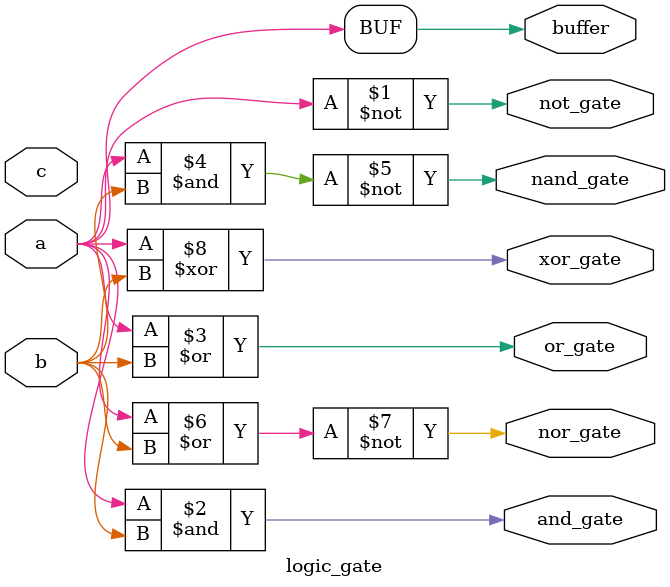
<source format=v>
module logic_gate(
  input a,
  input b,
  input c,
  output buffer,
  output not_gate,
  output and_gate,
  output or_gate,
  output xor_gate,
  output nand_gate,
  output nor_gate
);
  assign buffer = a;
  assign not_gate = ~a;
  assign and_gate = a & b;
  assign or_gate = a | b;
  assign nand_gate = ~(a & b);
  assign nor_gate = ~(a | b);
  assign xor_gate = a ^ b;

endmodule

</source>
